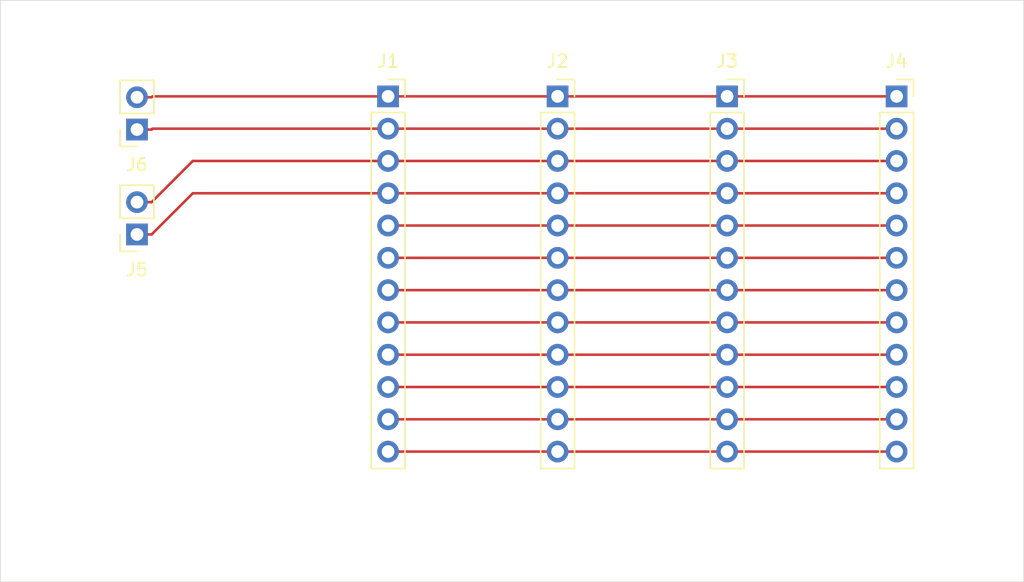
<source format=kicad_pcb>
(kicad_pcb (version 20240108) (generator "pcbnew") (generator_version "8.0")
  (layers (0 "F.Cu" signal) (31 "B.Cu" signal) (34 "B.Paste" user) (35 "F.Paste" user) (36 "B.SilkS" user "B.Silkscreen") (37 "F.SilkS" user "F.Silkscreen") (38 "B.Mask" user) (39 "F.Mask" user) (44 "Edge.Cuts" user))
  (net 0 "")
  (net 1 "/GND")
  (net 2 "/DBUS1")
  (net 3 "/DBUS6")
  (net 4 "/DBUS4")
  (net 5 "/VCC")
  (net 6 "/DBUS0")
  (net 7 "/DBUS7")
  (net 8 "/C2")
  (net 9 "/DBUS5")
  (net 10 "/DBUS2")
  (net 11 "/~{RESET}")
  (net 12 "/DBUS3")
  (footprint "Connector_PinSocket_2.54mm:PinSocket_1x12_P2.54mm_Vertical" (layer "F.Cu") (at 172.0833 66.93)
    (property "Reference" "J2" (at 0 -2.77 0) (layer "F.SilkS"))
    (property "Value" "Conn_01x12_Socket")
    (fp_line (start -1.33 1.27) (end -1.33 29.27) (stroke (width 0.12)) (layer "F.SilkS"))
    (fp_line (start -1.33 1.27) (end 1.33 1.27) (stroke (width 0.12)) (layer "F.SilkS"))
    (fp_line (start -1.33 29.27) (end 1.33 29.27) (stroke (width 0.12)) (layer "F.SilkS"))
    (fp_line (start 0 -1.33) (end 1.33 -1.33) (stroke (width 0.12)) (layer "F.SilkS"))
    (fp_line (start 1.33 -1.33) (end 1.33 0) (stroke (width 0.12)) (layer "F.SilkS"))
    (fp_line (start 1.33 1.27) (end 1.33 29.27) (stroke (width 0.12)) (layer "F.SilkS"))
    (pad "1" thru_hole rect (at 0 0) (size 1.7 1.7) (drill 1) (layers "*.Cu" "*.Mask") (net 11 "/~{RESET}"))
    (pad "2" thru_hole oval (at 0 2.54) (size 1.7 1.7) (drill 1) (layers "*.Cu" "*.Mask") (net 8 "/C2"))
    (pad "3" thru_hole oval (at 0 5.08) (size 1.7 1.7) (drill 1) (layers "*.Cu" "*.Mask") (net 5 "/VCC"))
    (pad "4" thru_hole oval (at 0 7.62) (size 1.7 1.7) (drill 1) (layers "*.Cu" "*.Mask") (net 1 "/GND"))
    (pad "5" thru_hole oval (at 0 10.16) (size 1.7 1.7) (drill 1) (layers "*.Cu" "*.Mask") (net 6 "/DBUS0"))
    (pad "6" thru_hole oval (at 0 12.7) (size 1.7 1.7) (drill 1) (layers "*.Cu" "*.Mask") (net 2 "/DBUS1"))
    (pad "7" thru_hole oval (at 0 15.24) (size 1.7 1.7) (drill 1) (layers "*.Cu" "*.Mask") (net 10 "/DBUS2"))
    (pad "8" thru_hole oval (at 0 17.78) (size 1.7 1.7) (drill 1) (layers "*.Cu" "*.Mask") (net 12 "/DBUS3"))
    (pad "9" thru_hole oval (at 0 20.32) (size 1.7 1.7) (drill 1) (layers "*.Cu" "*.Mask") (net 4 "/DBUS4"))
    (pad "10" thru_hole oval (at 0 22.86) (size 1.7 1.7) (drill 1) (layers "*.Cu" "*.Mask") (net 9 "/DBUS5"))
    (pad "11" thru_hole oval (at 0 25.4) (size 1.7 1.7) (drill 1) (layers "*.Cu" "*.Mask") (net 3 "/DBUS6"))
    (pad "12" thru_hole oval (at 0 27.94) (size 1.7 1.7) (drill 1) (layers "*.Cu" "*.Mask") (net 7 "/DBUS7"))
  )
  (footprint "Connector_PinSocket_2.54mm:PinSocket_1x12_P2.54mm_Vertical" (layer "F.Cu") (at 158.75 66.93)
    (property "Reference" "J1" (at 0 -2.77 0) (layer "F.SilkS"))
    (property "Value" "Conn_01x12_Socket")
    (fp_line (start -1.33 1.27) (end -1.33 29.27) (stroke (width 0.12)) (layer "F.SilkS"))
    (fp_line (start -1.33 1.27) (end 1.33 1.27) (stroke (width 0.12)) (layer "F.SilkS"))
    (fp_line (start -1.33 29.27) (end 1.33 29.27) (stroke (width 0.12)) (layer "F.SilkS"))
    (fp_line (start 0 -1.33) (end 1.33 -1.33) (stroke (width 0.12)) (layer "F.SilkS"))
    (fp_line (start 1.33 -1.33) (end 1.33 0) (stroke (width 0.12)) (layer "F.SilkS"))
    (fp_line (start 1.33 1.27) (end 1.33 29.27) (stroke (width 0.12)) (layer "F.SilkS"))
    (pad "1" thru_hole rect (at 0 0) (size 1.7 1.7) (drill 1) (layers "*.Cu" "*.Mask") (net 11 "/~{RESET}"))
    (pad "2" thru_hole oval (at 0 2.54) (size 1.7 1.7) (drill 1) (layers "*.Cu" "*.Mask") (net 8 "/C2"))
    (pad "3" thru_hole oval (at 0 5.08) (size 1.7 1.7) (drill 1) (layers "*.Cu" "*.Mask") (net 5 "/VCC"))
    (pad "4" thru_hole oval (at 0 7.62) (size 1.7 1.7) (drill 1) (layers "*.Cu" "*.Mask") (net 1 "/GND"))
    (pad "5" thru_hole oval (at 0 10.16) (size 1.7 1.7) (drill 1) (layers "*.Cu" "*.Mask") (net 6 "/DBUS0"))
    (pad "6" thru_hole oval (at 0 12.7) (size 1.7 1.7) (drill 1) (layers "*.Cu" "*.Mask") (net 2 "/DBUS1"))
    (pad "7" thru_hole oval (at 0 15.24) (size 1.7 1.7) (drill 1) (layers "*.Cu" "*.Mask") (net 10 "/DBUS2"))
    (pad "8" thru_hole oval (at 0 17.78) (size 1.7 1.7) (drill 1) (layers "*.Cu" "*.Mask") (net 12 "/DBUS3"))
    (pad "9" thru_hole oval (at 0 20.32) (size 1.7 1.7) (drill 1) (layers "*.Cu" "*.Mask") (net 4 "/DBUS4"))
    (pad "10" thru_hole oval (at 0 22.86) (size 1.7 1.7) (drill 1) (layers "*.Cu" "*.Mask") (net 9 "/DBUS5"))
    (pad "11" thru_hole oval (at 0 25.4) (size 1.7 1.7) (drill 1) (layers "*.Cu" "*.Mask") (net 3 "/DBUS6"))
    (pad "12" thru_hole oval (at 0 27.94) (size 1.7 1.7) (drill 1) (layers "*.Cu" "*.Mask") (net 7 "/DBUS7"))
  )
  (footprint "Connector_PinSocket_2.54mm:PinSocket_1x12_P2.54mm_Vertical" (layer "F.Cu") (at 185.4167 66.93)
    (property "Reference" "J3" (at 0 -2.77 0) (layer "F.SilkS"))
    (property "Value" "Conn_01x12_Socket")
    (fp_line (start -1.33 1.27) (end -1.33 29.27) (stroke (width 0.12)) (layer "F.SilkS"))
    (fp_line (start -1.33 1.27) (end 1.33 1.27) (stroke (width 0.12)) (layer "F.SilkS"))
    (fp_line (start -1.33 29.27) (end 1.33 29.27) (stroke (width 0.12)) (layer "F.SilkS"))
    (fp_line (start 0 -1.33) (end 1.33 -1.33) (stroke (width 0.12)) (layer "F.SilkS"))
    (fp_line (start 1.33 -1.33) (end 1.33 0) (stroke (width 0.12)) (layer "F.SilkS"))
    (fp_line (start 1.33 1.27) (end 1.33 29.27) (stroke (width 0.12)) (layer "F.SilkS"))
    (pad "1" thru_hole rect (at 0 0) (size 1.7 1.7) (drill 1) (layers "*.Cu" "*.Mask") (net 11 "/~{RESET}"))
    (pad "2" thru_hole oval (at 0 2.54) (size 1.7 1.7) (drill 1) (layers "*.Cu" "*.Mask") (net 8 "/C2"))
    (pad "3" thru_hole oval (at 0 5.08) (size 1.7 1.7) (drill 1) (layers "*.Cu" "*.Mask") (net 5 "/VCC"))
    (pad "4" thru_hole oval (at 0 7.62) (size 1.7 1.7) (drill 1) (layers "*.Cu" "*.Mask") (net 1 "/GND"))
    (pad "5" thru_hole oval (at 0 10.16) (size 1.7 1.7) (drill 1) (layers "*.Cu" "*.Mask") (net 6 "/DBUS0"))
    (pad "6" thru_hole oval (at 0 12.7) (size 1.7 1.7) (drill 1) (layers "*.Cu" "*.Mask") (net 2 "/DBUS1"))
    (pad "7" thru_hole oval (at 0 15.24) (size 1.7 1.7) (drill 1) (layers "*.Cu" "*.Mask") (net 10 "/DBUS2"))
    (pad "8" thru_hole oval (at 0 17.78) (size 1.7 1.7) (drill 1) (layers "*.Cu" "*.Mask") (net 12 "/DBUS3"))
    (pad "9" thru_hole oval (at 0 20.32) (size 1.7 1.7) (drill 1) (layers "*.Cu" "*.Mask") (net 4 "/DBUS4"))
    (pad "10" thru_hole oval (at 0 22.86) (size 1.7 1.7) (drill 1) (layers "*.Cu" "*.Mask") (net 9 "/DBUS5"))
    (pad "11" thru_hole oval (at 0 25.4) (size 1.7 1.7) (drill 1) (layers "*.Cu" "*.Mask") (net 3 "/DBUS6"))
    (pad "12" thru_hole oval (at 0 27.94) (size 1.7 1.7) (drill 1) (layers "*.Cu" "*.Mask") (net 7 "/DBUS7"))
  )
  (footprint "Connector_PinSocket_2.54mm:PinSocket_1x12_P2.54mm_Vertical" (layer "F.Cu") (at 198.75 66.93)
    (property "Reference" "J4" (at 0 -2.77 0) (layer "F.SilkS"))
    (property "Value" "Conn_01x12_Socket")
    (fp_line (start -1.33 1.27) (end -1.33 29.27) (stroke (width 0.12)) (layer "F.SilkS"))
    (fp_line (start -1.33 1.27) (end 1.33 1.27) (stroke (width 0.12)) (layer "F.SilkS"))
    (fp_line (start -1.33 29.27) (end 1.33 29.27) (stroke (width 0.12)) (layer "F.SilkS"))
    (fp_line (start 0 -1.33) (end 1.33 -1.33) (stroke (width 0.12)) (layer "F.SilkS"))
    (fp_line (start 1.33 -1.33) (end 1.33 0) (stroke (width 0.12)) (layer "F.SilkS"))
    (fp_line (start 1.33 1.27) (end 1.33 29.27) (stroke (width 0.12)) (layer "F.SilkS"))
    (pad "1" thru_hole rect (at 0 0) (size 1.7 1.7) (drill 1) (layers "*.Cu" "*.Mask") (net 11 "/~{RESET}"))
    (pad "2" thru_hole oval (at 0 2.54) (size 1.7 1.7) (drill 1) (layers "*.Cu" "*.Mask") (net 8 "/C2"))
    (pad "3" thru_hole oval (at 0 5.08) (size 1.7 1.7) (drill 1) (layers "*.Cu" "*.Mask") (net 5 "/VCC"))
    (pad "4" thru_hole oval (at 0 7.62) (size 1.7 1.7) (drill 1) (layers "*.Cu" "*.Mask") (net 1 "/GND"))
    (pad "5" thru_hole oval (at 0 10.16) (size 1.7 1.7) (drill 1) (layers "*.Cu" "*.Mask") (net 6 "/DBUS0"))
    (pad "6" thru_hole oval (at 0 12.7) (size 1.7 1.7) (drill 1) (layers "*.Cu" "*.Mask") (net 2 "/DBUS1"))
    (pad "7" thru_hole oval (at 0 15.24) (size 1.7 1.7) (drill 1) (layers "*.Cu" "*.Mask") (net 10 "/DBUS2"))
    (pad "8" thru_hole oval (at 0 17.78) (size 1.7 1.7) (drill 1) (layers "*.Cu" "*.Mask") (net 12 "/DBUS3"))
    (pad "9" thru_hole oval (at 0 20.32) (size 1.7 1.7) (drill 1) (layers "*.Cu" "*.Mask") (net 4 "/DBUS4"))
    (pad "10" thru_hole oval (at 0 22.86) (size 1.7 1.7) (drill 1) (layers "*.Cu" "*.Mask") (net 9 "/DBUS5"))
    (pad "11" thru_hole oval (at 0 25.4) (size 1.7 1.7) (drill 1) (layers "*.Cu" "*.Mask") (net 3 "/DBUS6"))
    (pad "12" thru_hole oval (at 0 27.94) (size 1.7 1.7) (drill 1) (layers "*.Cu" "*.Mask") (net 7 "/DBUS7"))
  )
  (footprint "Connector_PinSocket_2.54mm:PinSocket_1x02_P2.54mm_Vertical" (layer "F.Cu") (at 139 77.79 180)
    (property "Reference" "J5" (at 0 -2.77 0) (layer "F.SilkS"))
    (property "Value" "Conn_01x02_Pin")
    (fp_line (start 1.33 1.27) (end 1.33 3.87) (stroke (width 0.12)) (layer "F.SilkS"))
    (fp_line (start 1.33 -1.33) (end 1.33 0) (stroke (width 0.12)) (layer "F.SilkS"))
    (fp_line (start 0 -1.33) (end 1.33 -1.33) (stroke (width 0.12)) (layer "F.SilkS"))
    (fp_line (start -1.33 3.87) (end 1.33 3.87) (stroke (width 0.12)) (layer "F.SilkS"))
    (fp_line (start -1.33 1.27) (end 1.33 1.27) (stroke (width 0.12)) (layer "F.SilkS"))
    (fp_line (start -1.33 1.27) (end -1.33 3.87) (stroke (width 0.12)) (layer "F.SilkS"))
    (pad "1" thru_hole rect (at 0 0 180) (size 1.7 1.7) (drill 1) (layers "*.Cu" "*.Mask") (net 1 "/GND"))
    (pad "2" thru_hole oval (at 0 2.54 180) (size 1.7 1.7) (drill 1) (layers "*.Cu" "*.Mask") (net 5 "/VCC"))
  )
  (footprint "Connector_PinSocket_2.54mm:PinSocket_1x02_P2.54mm_Vertical" (layer "F.Cu") (at 139 69.54 180)
    (property "Reference" "J6" (at 0 -2.77 0) (layer "F.SilkS"))
    (property "Value" "Conn_01x02_Pin")
    (fp_line (start 1.33 1.27) (end 1.33 3.87) (stroke (width 0.12)) (layer "F.SilkS"))
    (fp_line (start 1.33 -1.33) (end 1.33 0) (stroke (width 0.12)) (layer "F.SilkS"))
    (fp_line (start 0 -1.33) (end 1.33 -1.33) (stroke (width 0.12)) (layer "F.SilkS"))
    (fp_line (start -1.33 3.87) (end 1.33 3.87) (stroke (width 0.12)) (layer "F.SilkS"))
    (fp_line (start -1.33 1.27) (end 1.33 1.27) (stroke (width 0.12)) (layer "F.SilkS"))
    (fp_line (start -1.33 1.27) (end -1.33 3.87) (stroke (width 0.12)) (layer "F.SilkS"))
    (pad "1" thru_hole rect (at 0 0 180) (size 1.7 1.7) (drill 1) (layers "*.Cu" "*.Mask") (net 8 "/C2"))
    (pad "2" thru_hole oval (at 0 2.54 180) (size 1.7 1.7) (drill 1) (layers "*.Cu" "*.Mask") (net 11 "/~{RESET}"))
  )
  (gr_rect (start 128.25 59.375) (end 208.75 105.125) (stroke (width 0.05)) (fill none) (layer "Edge.Cuts"))
  (segment (start 158.75 74.55) (end 143.3917 74.55) (width 0.2) (layer "F.Cu") (net 1))
  (segment (start 185.4167 74.55) (end 198.75 74.55) (width 0.2) (layer "F.Cu") (net 1))
  (segment (start 139 77.79) (end 140.1517 77.79) (width 0.2) (layer "F.Cu") (net 1))
  (segment (start 172.0833 74.55) (end 185.4167 74.55) (width 0.2) (layer "F.Cu") (net 1))
  (segment (start 172.0833 74.55) (end 158.75 74.55) (width 0.2) (layer "F.Cu") (net 1))
  (segment (start 143.3917 74.55) (end 140.1517 77.79) (width 0.2) (layer "F.Cu") (net 1))
  (segment (start 158.75 79.63) (end 172.0833 79.63) (width 0.2) (layer "F.Cu") (net 2))
  (segment (start 185.4167 79.63) (end 198.75 79.63) (width 0.2) (layer "F.Cu") (net 2))
  (segment (start 172.0833 79.63) (end 185.4167 79.63) (width 0.2) (layer "F.Cu") (net 2))
  (segment (start 172.0833 92.33) (end 185.4167 92.33) (width 0.2) (layer "F.Cu") (net 3))
  (segment (start 185.4167 92.33) (end 198.75 92.33) (width 0.2) (layer "F.Cu") (net 3))
  (segment (start 158.75 92.33) (end 172.0833 92.33) (width 0.2) (layer "F.Cu") (net 3))
  (segment (start 185.4167 87.25) (end 198.75 87.25) (width 0.2) (layer "F.Cu") (net 4))
  (segment (start 172.0833 87.25) (end 185.4167 87.25) (width 0.2) (layer "F.Cu") (net 4))
  (segment (start 158.75 87.25) (end 172.0833 87.25) (width 0.2) (layer "F.Cu") (net 4))
  (segment (start 185.4167 72.01) (end 198.75 72.01) (width 0.2) (layer "F.Cu") (net 5))
  (segment (start 139 75.25) (end 140.1517 75.25) (width 0.2) (layer "F.Cu") (net 5))
  (segment (start 143.3917 72.01) (end 140.1517 75.25) (width 0.2) (layer "F.Cu") (net 5))
  (segment (start 158.75 72.01) (end 143.3917 72.01) (width 0.2) (layer "F.Cu") (net 5))
  (segment (start 172.0833 72.01) (end 185.4167 72.01) (width 0.2) (layer "F.Cu") (net 5))
  (segment (start 172.0833 72.01) (end 158.75 72.01) (width 0.2) (layer "F.Cu") (net 5))
  (segment (start 172.0833 77.09) (end 185.4167 77.09) (width 0.2) (layer "F.Cu") (net 6))
  (segment (start 185.4167 77.09) (end 198.75 77.09) (width 0.2) (layer "F.Cu") (net 6))
  (segment (start 158.75 77.09) (end 172.0833 77.09) (width 0.2) (layer "F.Cu") (net 6))
  (segment (start 158.75 94.87) (end 172.0833 94.87) (width 0.2) (layer "F.Cu") (net 7))
  (segment (start 172.0833 94.87) (end 185.4167 94.87) (width 0.2) (layer "F.Cu") (net 7))
  (segment (start 185.4167 94.87) (end 198.75 94.87) (width 0.2) (layer "F.Cu") (net 7))
  (segment (start 140.2217 69.47) (end 140.1517 69.54) (width 0.2) (layer "F.Cu") (net 8))
  (segment (start 139 69.54) (end 140.1517 69.54) (width 0.2) (layer "F.Cu") (net 8))
  (segment (start 172.0833 69.47) (end 158.75 69.47) (width 0.2) (layer "F.Cu") (net 8))
  (segment (start 185.4167 69.47) (end 198.75 69.47) (width 0.2) (layer "F.Cu") (net 8))
  (segment (start 158.75 69.47) (end 140.2217 69.47) (width 0.2) (layer "F.Cu") (net 8))
  (segment (start 172.0833 69.47) (end 185.4167 69.47) (width 0.2) (layer "F.Cu") (net 8))
  (segment (start 172.0833 89.79) (end 185.4167 89.79) (width 0.2) (layer "F.Cu") (net 9))
  (segment (start 158.75 89.79) (end 172.0833 89.79) (width 0.2) (layer "F.Cu") (net 9))
  (segment (start 185.4167 89.79) (end 198.75 89.79) (width 0.2) (layer "F.Cu") (net 9))
  (segment (start 185.4167 82.17) (end 198.75 82.17) (width 0.2) (layer "F.Cu") (net 10))
  (segment (start 172.0833 82.17) (end 185.4167 82.17) (width 0.2) (layer "F.Cu") (net 10))
  (segment (start 158.75 82.17) (end 172.0833 82.17) (width 0.2) (layer "F.Cu") (net 10))
  (segment (start 172.0833 66.93) (end 185.4167 66.93) (width 0.2) (layer "F.Cu") (net 11))
  (segment (start 140.2217 66.93) (end 140.1517 67) (width 0.2) (layer "F.Cu") (net 11))
  (segment (start 172.0833 66.93) (end 158.75 66.93) (width 0.2) (layer "F.Cu") (net 11))
  (segment (start 185.4167 66.93) (end 198.75 66.93) (width 0.2) (layer "F.Cu") (net 11))
  (segment (start 139 67) (end 140.1517 67) (width 0.2) (layer "F.Cu") (net 11))
  (segment (start 158.75 66.93) (end 140.2217 66.93) (width 0.2) (layer "F.Cu") (net 11))
  (segment (start 158.75 84.71) (end 172.0833 84.71) (width 0.2) (layer "F.Cu") (net 12))
  (segment (start 185.4167 84.71) (end 198.75 84.71) (width 0.2) (layer "F.Cu") (net 12))
  (segment (start 172.0833 84.71) (end 185.4167 84.71) (width 0.2) (layer "F.Cu") (net 12))
)
</source>
